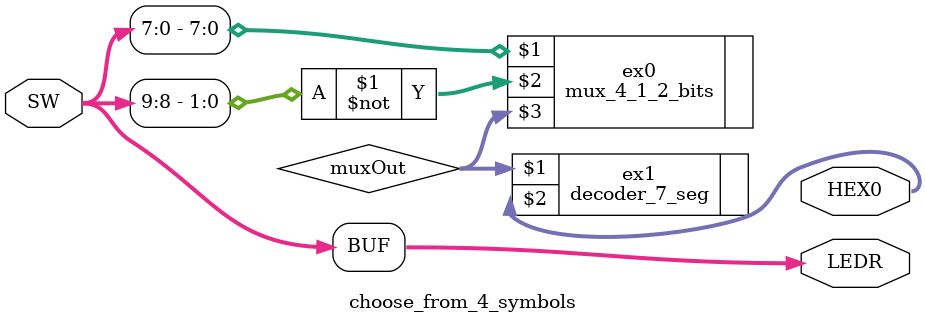
<source format=v>
module choose_from_4_symbols (
	input [9:0] SW,
	output [9:0] LEDR, output [6:0] HEX0);
	assign LEDR = SW;
	wire [1:0] muxOut;
	mux_4_1_2_bits ex0(SW[7:0],~SW[9:8],muxOut[1:0]);
	decoder_7_seg ex1(muxOut[1:0],HEX0[6:0]);
endmodule
</source>
